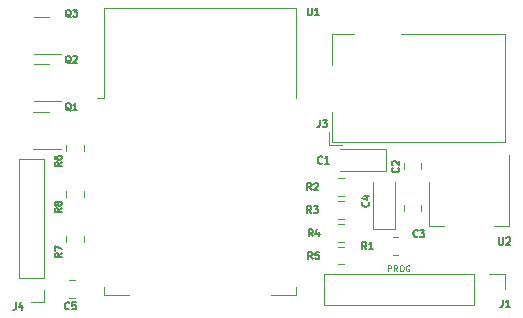
<source format=gbr>
%TF.GenerationSoftware,KiCad,Pcbnew,7.0.6*%
%TF.CreationDate,2024-04-30T22:03:54+02:00*%
%TF.ProjectId,MB-V2,4d422d56-322e-46b6-9963-61645f706362,rev?*%
%TF.SameCoordinates,Original*%
%TF.FileFunction,Legend,Top*%
%TF.FilePolarity,Positive*%
%FSLAX46Y46*%
G04 Gerber Fmt 4.6, Leading zero omitted, Abs format (unit mm)*
G04 Created by KiCad (PCBNEW 7.0.6) date 2024-04-30 22:03:54*
%MOMM*%
%LPD*%
G01*
G04 APERTURE LIST*
%ADD10C,0.125000*%
%ADD11C,0.150000*%
%ADD12C,0.120000*%
G04 APERTURE END LIST*
D10*
X168601283Y-111832309D02*
X168601283Y-111332309D01*
X168601283Y-111332309D02*
X168791759Y-111332309D01*
X168791759Y-111332309D02*
X168839378Y-111356119D01*
X168839378Y-111356119D02*
X168863188Y-111379928D01*
X168863188Y-111379928D02*
X168886997Y-111427547D01*
X168886997Y-111427547D02*
X168886997Y-111498976D01*
X168886997Y-111498976D02*
X168863188Y-111546595D01*
X168863188Y-111546595D02*
X168839378Y-111570404D01*
X168839378Y-111570404D02*
X168791759Y-111594214D01*
X168791759Y-111594214D02*
X168601283Y-111594214D01*
X169386997Y-111832309D02*
X169220331Y-111594214D01*
X169101283Y-111832309D02*
X169101283Y-111332309D01*
X169101283Y-111332309D02*
X169291759Y-111332309D01*
X169291759Y-111332309D02*
X169339378Y-111356119D01*
X169339378Y-111356119D02*
X169363188Y-111379928D01*
X169363188Y-111379928D02*
X169386997Y-111427547D01*
X169386997Y-111427547D02*
X169386997Y-111498976D01*
X169386997Y-111498976D02*
X169363188Y-111546595D01*
X169363188Y-111546595D02*
X169339378Y-111570404D01*
X169339378Y-111570404D02*
X169291759Y-111594214D01*
X169291759Y-111594214D02*
X169101283Y-111594214D01*
X169696521Y-111332309D02*
X169791759Y-111332309D01*
X169791759Y-111332309D02*
X169839378Y-111356119D01*
X169839378Y-111356119D02*
X169886997Y-111403738D01*
X169886997Y-111403738D02*
X169910807Y-111498976D01*
X169910807Y-111498976D02*
X169910807Y-111665642D01*
X169910807Y-111665642D02*
X169886997Y-111760880D01*
X169886997Y-111760880D02*
X169839378Y-111808500D01*
X169839378Y-111808500D02*
X169791759Y-111832309D01*
X169791759Y-111832309D02*
X169696521Y-111832309D01*
X169696521Y-111832309D02*
X169648902Y-111808500D01*
X169648902Y-111808500D02*
X169601283Y-111760880D01*
X169601283Y-111760880D02*
X169577474Y-111665642D01*
X169577474Y-111665642D02*
X169577474Y-111498976D01*
X169577474Y-111498976D02*
X169601283Y-111403738D01*
X169601283Y-111403738D02*
X169648902Y-111356119D01*
X169648902Y-111356119D02*
X169696521Y-111332309D01*
X170386998Y-111356119D02*
X170339379Y-111332309D01*
X170339379Y-111332309D02*
X170267950Y-111332309D01*
X170267950Y-111332309D02*
X170196522Y-111356119D01*
X170196522Y-111356119D02*
X170148903Y-111403738D01*
X170148903Y-111403738D02*
X170125093Y-111451357D01*
X170125093Y-111451357D02*
X170101284Y-111546595D01*
X170101284Y-111546595D02*
X170101284Y-111618023D01*
X170101284Y-111618023D02*
X170125093Y-111713261D01*
X170125093Y-111713261D02*
X170148903Y-111760880D01*
X170148903Y-111760880D02*
X170196522Y-111808500D01*
X170196522Y-111808500D02*
X170267950Y-111832309D01*
X170267950Y-111832309D02*
X170315569Y-111832309D01*
X170315569Y-111832309D02*
X170386998Y-111808500D01*
X170386998Y-111808500D02*
X170410807Y-111784690D01*
X170410807Y-111784690D02*
X170410807Y-111618023D01*
X170410807Y-111618023D02*
X170315569Y-111618023D01*
D11*
X169472628Y-103069999D02*
X169501200Y-103098571D01*
X169501200Y-103098571D02*
X169529771Y-103184285D01*
X169529771Y-103184285D02*
X169529771Y-103241428D01*
X169529771Y-103241428D02*
X169501200Y-103327142D01*
X169501200Y-103327142D02*
X169444057Y-103384285D01*
X169444057Y-103384285D02*
X169386914Y-103412856D01*
X169386914Y-103412856D02*
X169272628Y-103441428D01*
X169272628Y-103441428D02*
X169186914Y-103441428D01*
X169186914Y-103441428D02*
X169072628Y-103412856D01*
X169072628Y-103412856D02*
X169015485Y-103384285D01*
X169015485Y-103384285D02*
X168958342Y-103327142D01*
X168958342Y-103327142D02*
X168929771Y-103241428D01*
X168929771Y-103241428D02*
X168929771Y-103184285D01*
X168929771Y-103184285D02*
X168958342Y-103098571D01*
X168958342Y-103098571D02*
X168986914Y-103069999D01*
X168986914Y-102841428D02*
X168958342Y-102812856D01*
X168958342Y-102812856D02*
X168929771Y-102755714D01*
X168929771Y-102755714D02*
X168929771Y-102612856D01*
X168929771Y-102612856D02*
X168958342Y-102555714D01*
X168958342Y-102555714D02*
X168986914Y-102527142D01*
X168986914Y-102527142D02*
X169044057Y-102498571D01*
X169044057Y-102498571D02*
X169101200Y-102498571D01*
X169101200Y-102498571D02*
X169186914Y-102527142D01*
X169186914Y-102527142D02*
X169529771Y-102869999D01*
X169529771Y-102869999D02*
X169529771Y-102498571D01*
X140969771Y-102599999D02*
X140684057Y-102799999D01*
X140969771Y-102942856D02*
X140369771Y-102942856D01*
X140369771Y-102942856D02*
X140369771Y-102714285D01*
X140369771Y-102714285D02*
X140398342Y-102657142D01*
X140398342Y-102657142D02*
X140426914Y-102628571D01*
X140426914Y-102628571D02*
X140484057Y-102599999D01*
X140484057Y-102599999D02*
X140569771Y-102599999D01*
X140569771Y-102599999D02*
X140626914Y-102628571D01*
X140626914Y-102628571D02*
X140655485Y-102657142D01*
X140655485Y-102657142D02*
X140684057Y-102714285D01*
X140684057Y-102714285D02*
X140684057Y-102942856D01*
X140369771Y-102085714D02*
X140369771Y-102199999D01*
X140369771Y-102199999D02*
X140398342Y-102257142D01*
X140398342Y-102257142D02*
X140426914Y-102285714D01*
X140426914Y-102285714D02*
X140512628Y-102342856D01*
X140512628Y-102342856D02*
X140626914Y-102371428D01*
X140626914Y-102371428D02*
X140855485Y-102371428D01*
X140855485Y-102371428D02*
X140912628Y-102342856D01*
X140912628Y-102342856D02*
X140941200Y-102314285D01*
X140941200Y-102314285D02*
X140969771Y-102257142D01*
X140969771Y-102257142D02*
X140969771Y-102142856D01*
X140969771Y-102142856D02*
X140941200Y-102085714D01*
X140941200Y-102085714D02*
X140912628Y-102057142D01*
X140912628Y-102057142D02*
X140855485Y-102028571D01*
X140855485Y-102028571D02*
X140712628Y-102028571D01*
X140712628Y-102028571D02*
X140655485Y-102057142D01*
X140655485Y-102057142D02*
X140626914Y-102085714D01*
X140626914Y-102085714D02*
X140598342Y-102142856D01*
X140598342Y-102142856D02*
X140598342Y-102257142D01*
X140598342Y-102257142D02*
X140626914Y-102314285D01*
X140626914Y-102314285D02*
X140655485Y-102342856D01*
X140655485Y-102342856D02*
X140712628Y-102371428D01*
X166942628Y-105989999D02*
X166971200Y-106018571D01*
X166971200Y-106018571D02*
X166999771Y-106104285D01*
X166999771Y-106104285D02*
X166999771Y-106161428D01*
X166999771Y-106161428D02*
X166971200Y-106247142D01*
X166971200Y-106247142D02*
X166914057Y-106304285D01*
X166914057Y-106304285D02*
X166856914Y-106332856D01*
X166856914Y-106332856D02*
X166742628Y-106361428D01*
X166742628Y-106361428D02*
X166656914Y-106361428D01*
X166656914Y-106361428D02*
X166542628Y-106332856D01*
X166542628Y-106332856D02*
X166485485Y-106304285D01*
X166485485Y-106304285D02*
X166428342Y-106247142D01*
X166428342Y-106247142D02*
X166399771Y-106161428D01*
X166399771Y-106161428D02*
X166399771Y-106104285D01*
X166399771Y-106104285D02*
X166428342Y-106018571D01*
X166428342Y-106018571D02*
X166456914Y-105989999D01*
X166599771Y-105475714D02*
X166999771Y-105475714D01*
X166371200Y-105618571D02*
X166799771Y-105761428D01*
X166799771Y-105761428D02*
X166799771Y-105389999D01*
X162097500Y-106899771D02*
X161897500Y-106614057D01*
X161754643Y-106899771D02*
X161754643Y-106299771D01*
X161754643Y-106299771D02*
X161983214Y-106299771D01*
X161983214Y-106299771D02*
X162040357Y-106328342D01*
X162040357Y-106328342D02*
X162068928Y-106356914D01*
X162068928Y-106356914D02*
X162097500Y-106414057D01*
X162097500Y-106414057D02*
X162097500Y-106499771D01*
X162097500Y-106499771D02*
X162068928Y-106556914D01*
X162068928Y-106556914D02*
X162040357Y-106585485D01*
X162040357Y-106585485D02*
X161983214Y-106614057D01*
X161983214Y-106614057D02*
X161754643Y-106614057D01*
X162297500Y-106299771D02*
X162668928Y-106299771D01*
X162668928Y-106299771D02*
X162468928Y-106528342D01*
X162468928Y-106528342D02*
X162554643Y-106528342D01*
X162554643Y-106528342D02*
X162611786Y-106556914D01*
X162611786Y-106556914D02*
X162640357Y-106585485D01*
X162640357Y-106585485D02*
X162668928Y-106642628D01*
X162668928Y-106642628D02*
X162668928Y-106785485D01*
X162668928Y-106785485D02*
X162640357Y-106842628D01*
X162640357Y-106842628D02*
X162611786Y-106871200D01*
X162611786Y-106871200D02*
X162554643Y-106899771D01*
X162554643Y-106899771D02*
X162383214Y-106899771D01*
X162383214Y-106899771D02*
X162326071Y-106871200D01*
X162326071Y-106871200D02*
X162297500Y-106842628D01*
X163017500Y-102652628D02*
X162988928Y-102681200D01*
X162988928Y-102681200D02*
X162903214Y-102709771D01*
X162903214Y-102709771D02*
X162846071Y-102709771D01*
X162846071Y-102709771D02*
X162760357Y-102681200D01*
X162760357Y-102681200D02*
X162703214Y-102624057D01*
X162703214Y-102624057D02*
X162674643Y-102566914D01*
X162674643Y-102566914D02*
X162646071Y-102452628D01*
X162646071Y-102452628D02*
X162646071Y-102366914D01*
X162646071Y-102366914D02*
X162674643Y-102252628D01*
X162674643Y-102252628D02*
X162703214Y-102195485D01*
X162703214Y-102195485D02*
X162760357Y-102138342D01*
X162760357Y-102138342D02*
X162846071Y-102109771D01*
X162846071Y-102109771D02*
X162903214Y-102109771D01*
X162903214Y-102109771D02*
X162988928Y-102138342D01*
X162988928Y-102138342D02*
X163017500Y-102166914D01*
X163588928Y-102709771D02*
X163246071Y-102709771D01*
X163417500Y-102709771D02*
X163417500Y-102109771D01*
X163417500Y-102109771D02*
X163360357Y-102195485D01*
X163360357Y-102195485D02*
X163303214Y-102252628D01*
X163303214Y-102252628D02*
X163246071Y-102281200D01*
X171100000Y-108872628D02*
X171071428Y-108901200D01*
X171071428Y-108901200D02*
X170985714Y-108929771D01*
X170985714Y-108929771D02*
X170928571Y-108929771D01*
X170928571Y-108929771D02*
X170842857Y-108901200D01*
X170842857Y-108901200D02*
X170785714Y-108844057D01*
X170785714Y-108844057D02*
X170757143Y-108786914D01*
X170757143Y-108786914D02*
X170728571Y-108672628D01*
X170728571Y-108672628D02*
X170728571Y-108586914D01*
X170728571Y-108586914D02*
X170757143Y-108472628D01*
X170757143Y-108472628D02*
X170785714Y-108415485D01*
X170785714Y-108415485D02*
X170842857Y-108358342D01*
X170842857Y-108358342D02*
X170928571Y-108329771D01*
X170928571Y-108329771D02*
X170985714Y-108329771D01*
X170985714Y-108329771D02*
X171071428Y-108358342D01*
X171071428Y-108358342D02*
X171100000Y-108386914D01*
X171300000Y-108329771D02*
X171671428Y-108329771D01*
X171671428Y-108329771D02*
X171471428Y-108558342D01*
X171471428Y-108558342D02*
X171557143Y-108558342D01*
X171557143Y-108558342D02*
X171614286Y-108586914D01*
X171614286Y-108586914D02*
X171642857Y-108615485D01*
X171642857Y-108615485D02*
X171671428Y-108672628D01*
X171671428Y-108672628D02*
X171671428Y-108815485D01*
X171671428Y-108815485D02*
X171642857Y-108872628D01*
X171642857Y-108872628D02*
X171614286Y-108901200D01*
X171614286Y-108901200D02*
X171557143Y-108929771D01*
X171557143Y-108929771D02*
X171385714Y-108929771D01*
X171385714Y-108929771D02*
X171328571Y-108901200D01*
X171328571Y-108901200D02*
X171300000Y-108872628D01*
X140969771Y-110299999D02*
X140684057Y-110499999D01*
X140969771Y-110642856D02*
X140369771Y-110642856D01*
X140369771Y-110642856D02*
X140369771Y-110414285D01*
X140369771Y-110414285D02*
X140398342Y-110357142D01*
X140398342Y-110357142D02*
X140426914Y-110328571D01*
X140426914Y-110328571D02*
X140484057Y-110299999D01*
X140484057Y-110299999D02*
X140569771Y-110299999D01*
X140569771Y-110299999D02*
X140626914Y-110328571D01*
X140626914Y-110328571D02*
X140655485Y-110357142D01*
X140655485Y-110357142D02*
X140684057Y-110414285D01*
X140684057Y-110414285D02*
X140684057Y-110642856D01*
X140369771Y-110099999D02*
X140369771Y-109699999D01*
X140369771Y-109699999D02*
X140969771Y-109957142D01*
X162117500Y-104949771D02*
X161917500Y-104664057D01*
X161774643Y-104949771D02*
X161774643Y-104349771D01*
X161774643Y-104349771D02*
X162003214Y-104349771D01*
X162003214Y-104349771D02*
X162060357Y-104378342D01*
X162060357Y-104378342D02*
X162088928Y-104406914D01*
X162088928Y-104406914D02*
X162117500Y-104464057D01*
X162117500Y-104464057D02*
X162117500Y-104549771D01*
X162117500Y-104549771D02*
X162088928Y-104606914D01*
X162088928Y-104606914D02*
X162060357Y-104635485D01*
X162060357Y-104635485D02*
X162003214Y-104664057D01*
X162003214Y-104664057D02*
X161774643Y-104664057D01*
X162346071Y-104406914D02*
X162374643Y-104378342D01*
X162374643Y-104378342D02*
X162431786Y-104349771D01*
X162431786Y-104349771D02*
X162574643Y-104349771D01*
X162574643Y-104349771D02*
X162631786Y-104378342D01*
X162631786Y-104378342D02*
X162660357Y-104406914D01*
X162660357Y-104406914D02*
X162688928Y-104464057D01*
X162688928Y-104464057D02*
X162688928Y-104521200D01*
X162688928Y-104521200D02*
X162660357Y-104606914D01*
X162660357Y-104606914D02*
X162317500Y-104949771D01*
X162317500Y-104949771D02*
X162688928Y-104949771D01*
X166750000Y-109969771D02*
X166550000Y-109684057D01*
X166407143Y-109969771D02*
X166407143Y-109369771D01*
X166407143Y-109369771D02*
X166635714Y-109369771D01*
X166635714Y-109369771D02*
X166692857Y-109398342D01*
X166692857Y-109398342D02*
X166721428Y-109426914D01*
X166721428Y-109426914D02*
X166750000Y-109484057D01*
X166750000Y-109484057D02*
X166750000Y-109569771D01*
X166750000Y-109569771D02*
X166721428Y-109626914D01*
X166721428Y-109626914D02*
X166692857Y-109655485D01*
X166692857Y-109655485D02*
X166635714Y-109684057D01*
X166635714Y-109684057D02*
X166407143Y-109684057D01*
X167321428Y-109969771D02*
X166978571Y-109969771D01*
X167150000Y-109969771D02*
X167150000Y-109369771D01*
X167150000Y-109369771D02*
X167092857Y-109455485D01*
X167092857Y-109455485D02*
X167035714Y-109512628D01*
X167035714Y-109512628D02*
X166978571Y-109541200D01*
X162200000Y-110789771D02*
X162000000Y-110504057D01*
X161857143Y-110789771D02*
X161857143Y-110189771D01*
X161857143Y-110189771D02*
X162085714Y-110189771D01*
X162085714Y-110189771D02*
X162142857Y-110218342D01*
X162142857Y-110218342D02*
X162171428Y-110246914D01*
X162171428Y-110246914D02*
X162200000Y-110304057D01*
X162200000Y-110304057D02*
X162200000Y-110389771D01*
X162200000Y-110389771D02*
X162171428Y-110446914D01*
X162171428Y-110446914D02*
X162142857Y-110475485D01*
X162142857Y-110475485D02*
X162085714Y-110504057D01*
X162085714Y-110504057D02*
X161857143Y-110504057D01*
X162742857Y-110189771D02*
X162457143Y-110189771D01*
X162457143Y-110189771D02*
X162428571Y-110475485D01*
X162428571Y-110475485D02*
X162457143Y-110446914D01*
X162457143Y-110446914D02*
X162514286Y-110418342D01*
X162514286Y-110418342D02*
X162657143Y-110418342D01*
X162657143Y-110418342D02*
X162714286Y-110446914D01*
X162714286Y-110446914D02*
X162742857Y-110475485D01*
X162742857Y-110475485D02*
X162771428Y-110532628D01*
X162771428Y-110532628D02*
X162771428Y-110675485D01*
X162771428Y-110675485D02*
X162742857Y-110732628D01*
X162742857Y-110732628D02*
X162714286Y-110761200D01*
X162714286Y-110761200D02*
X162657143Y-110789771D01*
X162657143Y-110789771D02*
X162514286Y-110789771D01*
X162514286Y-110789771D02*
X162457143Y-110761200D01*
X162457143Y-110761200D02*
X162428571Y-110732628D01*
X162819999Y-99019771D02*
X162819999Y-99448342D01*
X162819999Y-99448342D02*
X162791428Y-99534057D01*
X162791428Y-99534057D02*
X162734285Y-99591200D01*
X162734285Y-99591200D02*
X162648571Y-99619771D01*
X162648571Y-99619771D02*
X162591428Y-99619771D01*
X163048571Y-99019771D02*
X163419999Y-99019771D01*
X163419999Y-99019771D02*
X163219999Y-99248342D01*
X163219999Y-99248342D02*
X163305714Y-99248342D01*
X163305714Y-99248342D02*
X163362857Y-99276914D01*
X163362857Y-99276914D02*
X163391428Y-99305485D01*
X163391428Y-99305485D02*
X163419999Y-99362628D01*
X163419999Y-99362628D02*
X163419999Y-99505485D01*
X163419999Y-99505485D02*
X163391428Y-99562628D01*
X163391428Y-99562628D02*
X163362857Y-99591200D01*
X163362857Y-99591200D02*
X163305714Y-99619771D01*
X163305714Y-99619771D02*
X163134285Y-99619771D01*
X163134285Y-99619771D02*
X163077142Y-99591200D01*
X163077142Y-99591200D02*
X163048571Y-99562628D01*
X141620000Y-115002628D02*
X141591428Y-115031200D01*
X141591428Y-115031200D02*
X141505714Y-115059771D01*
X141505714Y-115059771D02*
X141448571Y-115059771D01*
X141448571Y-115059771D02*
X141362857Y-115031200D01*
X141362857Y-115031200D02*
X141305714Y-114974057D01*
X141305714Y-114974057D02*
X141277143Y-114916914D01*
X141277143Y-114916914D02*
X141248571Y-114802628D01*
X141248571Y-114802628D02*
X141248571Y-114716914D01*
X141248571Y-114716914D02*
X141277143Y-114602628D01*
X141277143Y-114602628D02*
X141305714Y-114545485D01*
X141305714Y-114545485D02*
X141362857Y-114488342D01*
X141362857Y-114488342D02*
X141448571Y-114459771D01*
X141448571Y-114459771D02*
X141505714Y-114459771D01*
X141505714Y-114459771D02*
X141591428Y-114488342D01*
X141591428Y-114488342D02*
X141620000Y-114516914D01*
X142162857Y-114459771D02*
X141877143Y-114459771D01*
X141877143Y-114459771D02*
X141848571Y-114745485D01*
X141848571Y-114745485D02*
X141877143Y-114716914D01*
X141877143Y-114716914D02*
X141934286Y-114688342D01*
X141934286Y-114688342D02*
X142077143Y-114688342D01*
X142077143Y-114688342D02*
X142134286Y-114716914D01*
X142134286Y-114716914D02*
X142162857Y-114745485D01*
X142162857Y-114745485D02*
X142191428Y-114802628D01*
X142191428Y-114802628D02*
X142191428Y-114945485D01*
X142191428Y-114945485D02*
X142162857Y-115002628D01*
X142162857Y-115002628D02*
X142134286Y-115031200D01*
X142134286Y-115031200D02*
X142077143Y-115059771D01*
X142077143Y-115059771D02*
X141934286Y-115059771D01*
X141934286Y-115059771D02*
X141877143Y-115031200D01*
X141877143Y-115031200D02*
X141848571Y-115002628D01*
X177992857Y-108969771D02*
X177992857Y-109455485D01*
X177992857Y-109455485D02*
X178021428Y-109512628D01*
X178021428Y-109512628D02*
X178050000Y-109541200D01*
X178050000Y-109541200D02*
X178107142Y-109569771D01*
X178107142Y-109569771D02*
X178221428Y-109569771D01*
X178221428Y-109569771D02*
X178278571Y-109541200D01*
X178278571Y-109541200D02*
X178307142Y-109512628D01*
X178307142Y-109512628D02*
X178335714Y-109455485D01*
X178335714Y-109455485D02*
X178335714Y-108969771D01*
X178592856Y-109026914D02*
X178621428Y-108998342D01*
X178621428Y-108998342D02*
X178678571Y-108969771D01*
X178678571Y-108969771D02*
X178821428Y-108969771D01*
X178821428Y-108969771D02*
X178878571Y-108998342D01*
X178878571Y-108998342D02*
X178907142Y-109026914D01*
X178907142Y-109026914D02*
X178935713Y-109084057D01*
X178935713Y-109084057D02*
X178935713Y-109141200D01*
X178935713Y-109141200D02*
X178907142Y-109226914D01*
X178907142Y-109226914D02*
X178564285Y-109569771D01*
X178564285Y-109569771D02*
X178935713Y-109569771D01*
X178299999Y-114249771D02*
X178299999Y-114678342D01*
X178299999Y-114678342D02*
X178271428Y-114764057D01*
X178271428Y-114764057D02*
X178214285Y-114821200D01*
X178214285Y-114821200D02*
X178128571Y-114849771D01*
X178128571Y-114849771D02*
X178071428Y-114849771D01*
X178899999Y-114849771D02*
X178557142Y-114849771D01*
X178728571Y-114849771D02*
X178728571Y-114249771D01*
X178728571Y-114249771D02*
X178671428Y-114335485D01*
X178671428Y-114335485D02*
X178614285Y-114392628D01*
X178614285Y-114392628D02*
X178557142Y-114421200D01*
X141742857Y-90326914D02*
X141685714Y-90298342D01*
X141685714Y-90298342D02*
X141628571Y-90241200D01*
X141628571Y-90241200D02*
X141542857Y-90155485D01*
X141542857Y-90155485D02*
X141485714Y-90126914D01*
X141485714Y-90126914D02*
X141428571Y-90126914D01*
X141457142Y-90269771D02*
X141400000Y-90241200D01*
X141400000Y-90241200D02*
X141342857Y-90184057D01*
X141342857Y-90184057D02*
X141314285Y-90069771D01*
X141314285Y-90069771D02*
X141314285Y-89869771D01*
X141314285Y-89869771D02*
X141342857Y-89755485D01*
X141342857Y-89755485D02*
X141400000Y-89698342D01*
X141400000Y-89698342D02*
X141457142Y-89669771D01*
X141457142Y-89669771D02*
X141571428Y-89669771D01*
X141571428Y-89669771D02*
X141628571Y-89698342D01*
X141628571Y-89698342D02*
X141685714Y-89755485D01*
X141685714Y-89755485D02*
X141714285Y-89869771D01*
X141714285Y-89869771D02*
X141714285Y-90069771D01*
X141714285Y-90069771D02*
X141685714Y-90184057D01*
X141685714Y-90184057D02*
X141628571Y-90241200D01*
X141628571Y-90241200D02*
X141571428Y-90269771D01*
X141571428Y-90269771D02*
X141457142Y-90269771D01*
X141914285Y-89669771D02*
X142285713Y-89669771D01*
X142285713Y-89669771D02*
X142085713Y-89898342D01*
X142085713Y-89898342D02*
X142171428Y-89898342D01*
X142171428Y-89898342D02*
X142228571Y-89926914D01*
X142228571Y-89926914D02*
X142257142Y-89955485D01*
X142257142Y-89955485D02*
X142285713Y-90012628D01*
X142285713Y-90012628D02*
X142285713Y-90155485D01*
X142285713Y-90155485D02*
X142257142Y-90212628D01*
X142257142Y-90212628D02*
X142228571Y-90241200D01*
X142228571Y-90241200D02*
X142171428Y-90269771D01*
X142171428Y-90269771D02*
X141999999Y-90269771D01*
X141999999Y-90269771D02*
X141942856Y-90241200D01*
X141942856Y-90241200D02*
X141914285Y-90212628D01*
X140969771Y-106499999D02*
X140684057Y-106699999D01*
X140969771Y-106842856D02*
X140369771Y-106842856D01*
X140369771Y-106842856D02*
X140369771Y-106614285D01*
X140369771Y-106614285D02*
X140398342Y-106557142D01*
X140398342Y-106557142D02*
X140426914Y-106528571D01*
X140426914Y-106528571D02*
X140484057Y-106499999D01*
X140484057Y-106499999D02*
X140569771Y-106499999D01*
X140569771Y-106499999D02*
X140626914Y-106528571D01*
X140626914Y-106528571D02*
X140655485Y-106557142D01*
X140655485Y-106557142D02*
X140684057Y-106614285D01*
X140684057Y-106614285D02*
X140684057Y-106842856D01*
X140626914Y-106157142D02*
X140598342Y-106214285D01*
X140598342Y-106214285D02*
X140569771Y-106242856D01*
X140569771Y-106242856D02*
X140512628Y-106271428D01*
X140512628Y-106271428D02*
X140484057Y-106271428D01*
X140484057Y-106271428D02*
X140426914Y-106242856D01*
X140426914Y-106242856D02*
X140398342Y-106214285D01*
X140398342Y-106214285D02*
X140369771Y-106157142D01*
X140369771Y-106157142D02*
X140369771Y-106042856D01*
X140369771Y-106042856D02*
X140398342Y-105985714D01*
X140398342Y-105985714D02*
X140426914Y-105957142D01*
X140426914Y-105957142D02*
X140484057Y-105928571D01*
X140484057Y-105928571D02*
X140512628Y-105928571D01*
X140512628Y-105928571D02*
X140569771Y-105957142D01*
X140569771Y-105957142D02*
X140598342Y-105985714D01*
X140598342Y-105985714D02*
X140626914Y-106042856D01*
X140626914Y-106042856D02*
X140626914Y-106157142D01*
X140626914Y-106157142D02*
X140655485Y-106214285D01*
X140655485Y-106214285D02*
X140684057Y-106242856D01*
X140684057Y-106242856D02*
X140741200Y-106271428D01*
X140741200Y-106271428D02*
X140855485Y-106271428D01*
X140855485Y-106271428D02*
X140912628Y-106242856D01*
X140912628Y-106242856D02*
X140941200Y-106214285D01*
X140941200Y-106214285D02*
X140969771Y-106157142D01*
X140969771Y-106157142D02*
X140969771Y-106042856D01*
X140969771Y-106042856D02*
X140941200Y-105985714D01*
X140941200Y-105985714D02*
X140912628Y-105957142D01*
X140912628Y-105957142D02*
X140855485Y-105928571D01*
X140855485Y-105928571D02*
X140741200Y-105928571D01*
X140741200Y-105928571D02*
X140684057Y-105957142D01*
X140684057Y-105957142D02*
X140655485Y-105985714D01*
X140655485Y-105985714D02*
X140626914Y-106042856D01*
X161792857Y-89569771D02*
X161792857Y-90055485D01*
X161792857Y-90055485D02*
X161821428Y-90112628D01*
X161821428Y-90112628D02*
X161850000Y-90141200D01*
X161850000Y-90141200D02*
X161907142Y-90169771D01*
X161907142Y-90169771D02*
X162021428Y-90169771D01*
X162021428Y-90169771D02*
X162078571Y-90141200D01*
X162078571Y-90141200D02*
X162107142Y-90112628D01*
X162107142Y-90112628D02*
X162135714Y-90055485D01*
X162135714Y-90055485D02*
X162135714Y-89569771D01*
X162735713Y-90169771D02*
X162392856Y-90169771D01*
X162564285Y-90169771D02*
X162564285Y-89569771D01*
X162564285Y-89569771D02*
X162507142Y-89655485D01*
X162507142Y-89655485D02*
X162449999Y-89712628D01*
X162449999Y-89712628D02*
X162392856Y-89741200D01*
X162210000Y-108879771D02*
X162010000Y-108594057D01*
X161867143Y-108879771D02*
X161867143Y-108279771D01*
X161867143Y-108279771D02*
X162095714Y-108279771D01*
X162095714Y-108279771D02*
X162152857Y-108308342D01*
X162152857Y-108308342D02*
X162181428Y-108336914D01*
X162181428Y-108336914D02*
X162210000Y-108394057D01*
X162210000Y-108394057D02*
X162210000Y-108479771D01*
X162210000Y-108479771D02*
X162181428Y-108536914D01*
X162181428Y-108536914D02*
X162152857Y-108565485D01*
X162152857Y-108565485D02*
X162095714Y-108594057D01*
X162095714Y-108594057D02*
X161867143Y-108594057D01*
X162724286Y-108479771D02*
X162724286Y-108879771D01*
X162581428Y-108251200D02*
X162438571Y-108679771D01*
X162438571Y-108679771D02*
X162810000Y-108679771D01*
X137099999Y-114469771D02*
X137099999Y-114898342D01*
X137099999Y-114898342D02*
X137071428Y-114984057D01*
X137071428Y-114984057D02*
X137014285Y-115041200D01*
X137014285Y-115041200D02*
X136928571Y-115069771D01*
X136928571Y-115069771D02*
X136871428Y-115069771D01*
X137642857Y-114669771D02*
X137642857Y-115069771D01*
X137499999Y-114441200D02*
X137357142Y-114869771D01*
X137357142Y-114869771D02*
X137728571Y-114869771D01*
X141742857Y-98226914D02*
X141685714Y-98198342D01*
X141685714Y-98198342D02*
X141628571Y-98141200D01*
X141628571Y-98141200D02*
X141542857Y-98055485D01*
X141542857Y-98055485D02*
X141485714Y-98026914D01*
X141485714Y-98026914D02*
X141428571Y-98026914D01*
X141457142Y-98169771D02*
X141400000Y-98141200D01*
X141400000Y-98141200D02*
X141342857Y-98084057D01*
X141342857Y-98084057D02*
X141314285Y-97969771D01*
X141314285Y-97969771D02*
X141314285Y-97769771D01*
X141314285Y-97769771D02*
X141342857Y-97655485D01*
X141342857Y-97655485D02*
X141400000Y-97598342D01*
X141400000Y-97598342D02*
X141457142Y-97569771D01*
X141457142Y-97569771D02*
X141571428Y-97569771D01*
X141571428Y-97569771D02*
X141628571Y-97598342D01*
X141628571Y-97598342D02*
X141685714Y-97655485D01*
X141685714Y-97655485D02*
X141714285Y-97769771D01*
X141714285Y-97769771D02*
X141714285Y-97969771D01*
X141714285Y-97969771D02*
X141685714Y-98084057D01*
X141685714Y-98084057D02*
X141628571Y-98141200D01*
X141628571Y-98141200D02*
X141571428Y-98169771D01*
X141571428Y-98169771D02*
X141457142Y-98169771D01*
X142285713Y-98169771D02*
X141942856Y-98169771D01*
X142114285Y-98169771D02*
X142114285Y-97569771D01*
X142114285Y-97569771D02*
X142057142Y-97655485D01*
X142057142Y-97655485D02*
X141999999Y-97712628D01*
X141999999Y-97712628D02*
X141942856Y-97741200D01*
X141742857Y-94226914D02*
X141685714Y-94198342D01*
X141685714Y-94198342D02*
X141628571Y-94141200D01*
X141628571Y-94141200D02*
X141542857Y-94055485D01*
X141542857Y-94055485D02*
X141485714Y-94026914D01*
X141485714Y-94026914D02*
X141428571Y-94026914D01*
X141457142Y-94169771D02*
X141400000Y-94141200D01*
X141400000Y-94141200D02*
X141342857Y-94084057D01*
X141342857Y-94084057D02*
X141314285Y-93969771D01*
X141314285Y-93969771D02*
X141314285Y-93769771D01*
X141314285Y-93769771D02*
X141342857Y-93655485D01*
X141342857Y-93655485D02*
X141400000Y-93598342D01*
X141400000Y-93598342D02*
X141457142Y-93569771D01*
X141457142Y-93569771D02*
X141571428Y-93569771D01*
X141571428Y-93569771D02*
X141628571Y-93598342D01*
X141628571Y-93598342D02*
X141685714Y-93655485D01*
X141685714Y-93655485D02*
X141714285Y-93769771D01*
X141714285Y-93769771D02*
X141714285Y-93969771D01*
X141714285Y-93969771D02*
X141685714Y-94084057D01*
X141685714Y-94084057D02*
X141628571Y-94141200D01*
X141628571Y-94141200D02*
X141571428Y-94169771D01*
X141571428Y-94169771D02*
X141457142Y-94169771D01*
X141942856Y-93626914D02*
X141971428Y-93598342D01*
X141971428Y-93598342D02*
X142028571Y-93569771D01*
X142028571Y-93569771D02*
X142171428Y-93569771D01*
X142171428Y-93569771D02*
X142228571Y-93598342D01*
X142228571Y-93598342D02*
X142257142Y-93626914D01*
X142257142Y-93626914D02*
X142285713Y-93684057D01*
X142285713Y-93684057D02*
X142285713Y-93741200D01*
X142285713Y-93741200D02*
X142257142Y-93826914D01*
X142257142Y-93826914D02*
X141914285Y-94169771D01*
X141914285Y-94169771D02*
X142285713Y-94169771D01*
D12*
%TO.C,C2*%
X171385000Y-102668748D02*
X171385000Y-103191252D01*
X169915000Y-102668748D02*
X169915000Y-103191252D01*
%TO.C,R6*%
X142835000Y-101172936D02*
X142835000Y-101627064D01*
X141365000Y-101172936D02*
X141365000Y-101627064D01*
%TO.C,C4*%
X167315000Y-108210000D02*
X169185000Y-108210000D01*
X169185000Y-108210000D02*
X169185000Y-104300000D01*
X167315000Y-104300000D02*
X167315000Y-108210000D01*
%TO.C,R3*%
X164370436Y-105895000D02*
X164824564Y-105895000D01*
X164370436Y-107365000D02*
X164824564Y-107365000D01*
%TO.C,C1*%
X168427500Y-103375000D02*
X168427500Y-101505000D01*
X168427500Y-101505000D02*
X164517500Y-101505000D01*
X164517500Y-103375000D02*
X168427500Y-103375000D01*
%TO.C,C3*%
X169915000Y-106761252D02*
X169915000Y-106238748D01*
X171385000Y-106761252D02*
X171385000Y-106238748D01*
%TO.C,R7*%
X141365000Y-109327064D02*
X141365000Y-108872936D01*
X142835000Y-109327064D02*
X142835000Y-108872936D01*
%TO.C,R2*%
X164844564Y-105415000D02*
X164390436Y-105415000D01*
X164844564Y-103945000D02*
X164390436Y-103945000D01*
%TO.C,R1*%
X169477064Y-110435000D02*
X169022936Y-110435000D01*
X169477064Y-108965000D02*
X169022936Y-108965000D01*
%TO.C,R5*%
X164370436Y-109785000D02*
X164824564Y-109785000D01*
X164370436Y-111255000D02*
X164824564Y-111255000D01*
%TO.C,J3*%
X178510000Y-100907500D02*
X163810000Y-100907500D01*
X178510000Y-91707500D02*
X178510000Y-100907500D01*
X169710000Y-91707500D02*
X178510000Y-91707500D01*
X164660000Y-101107500D02*
X163610000Y-101107500D01*
X163810000Y-100907500D02*
X163810000Y-98307500D01*
X163810000Y-94407500D02*
X163810000Y-91707500D01*
X163810000Y-91707500D02*
X165710000Y-91707500D01*
X163610000Y-100057500D02*
X163610000Y-101107500D01*
%TO.C,C5*%
X142091252Y-114055000D02*
X141568748Y-114055000D01*
X142091252Y-112585000D02*
X141568748Y-112585000D01*
%TO.C,U2*%
X178860000Y-102000000D02*
X178860000Y-108010000D01*
X172040000Y-104250000D02*
X172040000Y-108010000D01*
X178860000Y-108010000D02*
X177600000Y-108010000D01*
X172040000Y-108010000D02*
X173300000Y-108010000D01*
%TO.C,J1*%
X178510000Y-112040000D02*
X178510000Y-113370000D01*
X177180000Y-112040000D02*
X178510000Y-112040000D01*
X175910000Y-112040000D02*
X163150000Y-112040000D01*
X175910000Y-112040000D02*
X175910000Y-114700000D01*
X163150000Y-112040000D02*
X163150000Y-114700000D01*
X175910000Y-114700000D02*
X163150000Y-114700000D01*
%TO.C,Q3*%
X139250000Y-93422500D02*
X140925000Y-93422500D01*
X139250000Y-93422500D02*
X138600000Y-93422500D01*
X139250000Y-90302500D02*
X139900000Y-90302500D01*
X139250000Y-90302500D02*
X138600000Y-90302500D01*
%TO.C,R8*%
X141365000Y-105527064D02*
X141365000Y-105072936D01*
X142835000Y-105527064D02*
X142835000Y-105072936D01*
%TO.C,U1*%
X144530000Y-89580000D02*
X160770000Y-89580000D01*
X144530000Y-97200000D02*
X143920000Y-97200000D01*
X144530000Y-97200000D02*
X144530000Y-89580000D01*
X144530000Y-113820000D02*
X144530000Y-113200000D01*
X146650000Y-113820000D02*
X144530000Y-113820000D01*
X160770000Y-89580000D02*
X160770000Y-97200000D01*
X160770000Y-113200000D02*
X160770000Y-113820000D01*
X160770000Y-113820000D02*
X158650000Y-113820000D01*
%TO.C,R4*%
X164370436Y-107845000D02*
X164824564Y-107845000D01*
X164370436Y-109315000D02*
X164824564Y-109315000D01*
%TO.C,J4*%
X139460000Y-114460000D02*
X138400000Y-114460000D01*
X139460000Y-113400000D02*
X139460000Y-114460000D01*
X139460000Y-112400000D02*
X139460000Y-102340000D01*
X139460000Y-112400000D02*
X137340000Y-112400000D01*
X139460000Y-102340000D02*
X137340000Y-102340000D01*
X137340000Y-112400000D02*
X137340000Y-102340000D01*
%TO.C,Q1*%
X139200000Y-101460000D02*
X140875000Y-101460000D01*
X139200000Y-101460000D02*
X138550000Y-101460000D01*
X139200000Y-98340000D02*
X139850000Y-98340000D01*
X139200000Y-98340000D02*
X138550000Y-98340000D01*
%TO.C,Q2*%
X139250000Y-97422500D02*
X140925000Y-97422500D01*
X139250000Y-97422500D02*
X138600000Y-97422500D01*
X139250000Y-94302500D02*
X139900000Y-94302500D01*
X139250000Y-94302500D02*
X138600000Y-94302500D01*
%TD*%
M02*

</source>
